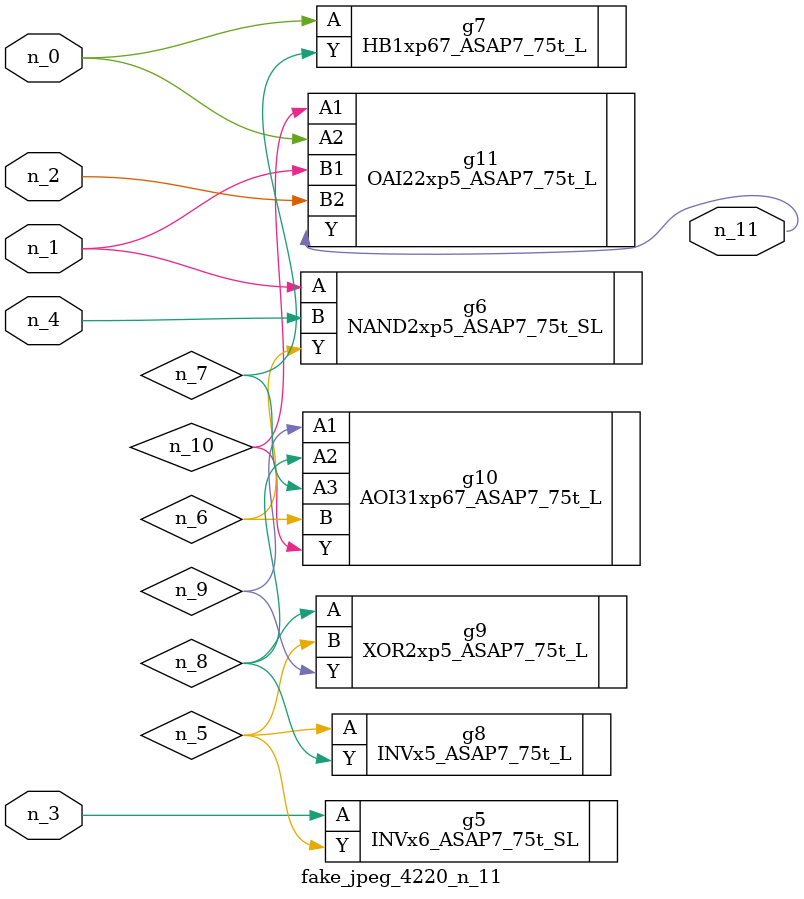
<source format=v>
module fake_jpeg_4220_n_11 (n_3, n_2, n_1, n_0, n_4, n_11);

input n_3;
input n_2;
input n_1;
input n_0;
input n_4;

output n_11;

wire n_10;
wire n_8;
wire n_9;
wire n_6;
wire n_5;
wire n_7;

INVx6_ASAP7_75t_SL g5 ( 
.A(n_3),
.Y(n_5)
);

NAND2xp5_ASAP7_75t_SL g6 ( 
.A(n_1),
.B(n_4),
.Y(n_6)
);

HB1xp67_ASAP7_75t_L g7 ( 
.A(n_0),
.Y(n_7)
);

INVx5_ASAP7_75t_L g8 ( 
.A(n_5),
.Y(n_8)
);

XOR2xp5_ASAP7_75t_L g9 ( 
.A(n_8),
.B(n_5),
.Y(n_9)
);

AOI31xp67_ASAP7_75t_L g10 ( 
.A1(n_9),
.A2(n_8),
.A3(n_7),
.B(n_6),
.Y(n_10)
);

OAI22xp5_ASAP7_75t_L g11 ( 
.A1(n_10),
.A2(n_0),
.B1(n_1),
.B2(n_2),
.Y(n_11)
);


endmodule
</source>
